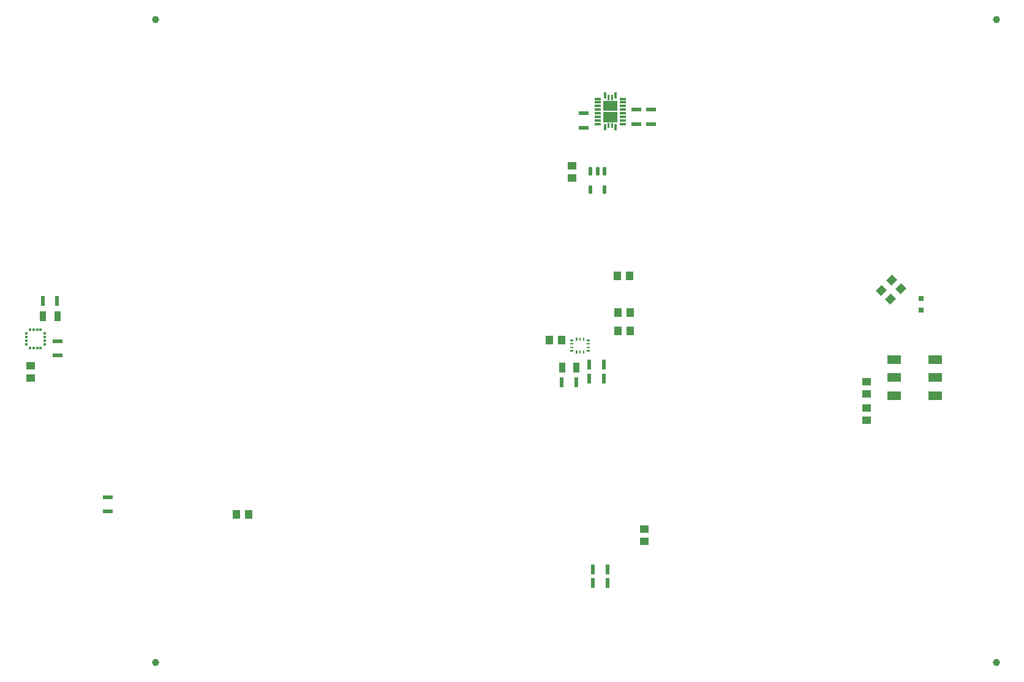
<source format=gtp>
G04*
G04 #@! TF.GenerationSoftware,Altium Limited,Altium Designer,25.8.1 (18)*
G04*
G04 Layer_Color=8421504*
%FSLAX25Y25*%
%MOIN*%
G70*
G04*
G04 #@! TF.SameCoordinates,E1838567-EF02-44A7-8A02-23B903FEE0B8*
G04*
G04*
G04 #@! TF.FilePolarity,Positive*
G04*
G01*
G75*
%ADD22R,0.03762X0.05709*%
%ADD23R,0.01200X0.01800*%
%ADD24R,0.01800X0.01200*%
%ADD25R,0.02441X0.05787*%
%ADD26R,0.04000X0.04700*%
G04:AMPARAMS|DCode=27|XSize=47.64mil|YSize=23.23mil|CornerRadius=5.81mil|HoleSize=0mil|Usage=FLASHONLY|Rotation=270.000|XOffset=0mil|YOffset=0mil|HoleType=Round|Shape=RoundedRectangle|*
%AMROUNDEDRECTD27*
21,1,0.04764,0.01161,0,0,270.0*
21,1,0.03602,0.02323,0,0,270.0*
1,1,0.01161,-0.00581,-0.01801*
1,1,0.01161,-0.00581,0.01801*
1,1,0.01161,0.00581,0.01801*
1,1,0.01161,0.00581,-0.01801*
%
%ADD27ROUNDEDRECTD27*%
%ADD28R,0.04700X0.04000*%
%ADD29C,0.03937*%
%ADD30R,0.07700X0.04700*%
%ADD31R,0.03150X0.03150*%
%ADD32R,0.01200X0.03200*%
%ADD33R,0.03200X0.01200*%
%ADD34R,0.05787X0.02441*%
G04:AMPARAMS|DCode=35|XSize=40mil|YSize=47mil|CornerRadius=0mil|HoleSize=0mil|Usage=FLASHONLY|Rotation=315.000|XOffset=0mil|YOffset=0mil|HoleType=Round|Shape=Rectangle|*
%AMROTATEDRECTD35*
4,1,4,-0.03076,-0.00248,0.00248,0.03076,0.03076,0.00248,-0.00248,-0.03076,-0.03076,-0.00248,0.0*
%
%ADD35ROTATEDRECTD35*%

G36*
X437000Y361326D02*
X436000D01*
Y364176D01*
X437000D01*
Y361326D01*
D02*
G37*
G36*
X435000D02*
X434000D01*
Y364176D01*
X435000D01*
Y361326D01*
D02*
G37*
G36*
X439356Y355520D02*
X431644D01*
Y360932D01*
X439356D01*
Y355520D01*
D02*
G37*
G36*
Y349320D02*
X431644D01*
Y354732D01*
X439356D01*
Y349320D01*
D02*
G37*
G36*
X437000Y346076D02*
X436000D01*
Y348926D01*
X437000D01*
Y346076D01*
D02*
G37*
G36*
X435000D02*
X434000D01*
Y348926D01*
X435000D01*
Y346076D01*
D02*
G37*
G36*
X421437Y230240D02*
X420500D01*
Y232012D01*
X421437D01*
Y230240D01*
D02*
G37*
G36*
X419468D02*
X418532D01*
Y232012D01*
X419468D01*
Y230240D01*
D02*
G37*
G36*
X417500D02*
X416563D01*
Y232012D01*
X417500D01*
Y230240D01*
D02*
G37*
G36*
X424463Y230018D02*
X422691D01*
Y230955D01*
X424463D01*
Y230018D01*
D02*
G37*
G36*
X415309D02*
X413537D01*
Y230955D01*
X415309D01*
Y230018D01*
D02*
G37*
G36*
X424463Y228049D02*
X422691D01*
Y228986D01*
X424463D01*
Y228049D01*
D02*
G37*
G36*
X415309D02*
X413537D01*
Y228986D01*
X415309D01*
Y228049D01*
D02*
G37*
G36*
X424463Y226081D02*
X422691D01*
Y227018D01*
X424463D01*
Y226081D01*
D02*
G37*
G36*
X415309D02*
X413537D01*
Y227018D01*
X415309D01*
Y226081D01*
D02*
G37*
G36*
X424463Y224112D02*
X422691D01*
Y225049D01*
X424463D01*
Y224112D01*
D02*
G37*
G36*
X415309D02*
X413537D01*
Y225049D01*
X415309D01*
Y224112D01*
D02*
G37*
G36*
X421437Y223055D02*
X420500D01*
Y224827D01*
X421437D01*
Y223055D01*
D02*
G37*
G36*
X419468D02*
X418532D01*
Y224827D01*
X419468D01*
Y223055D01*
D02*
G37*
G36*
X417500D02*
X416563D01*
Y224827D01*
X417500D01*
Y223055D01*
D02*
G37*
D22*
X416850Y215551D02*
D03*
X409150D02*
D03*
X134500Y243602D02*
D03*
X126801D02*
D03*
D23*
X119547Y236114D02*
D03*
X121516D02*
D03*
X123484D02*
D03*
X125453D02*
D03*
Y226075D02*
D03*
X123484D02*
D03*
X121516D02*
D03*
X119547D02*
D03*
D24*
X127520Y234047D02*
D03*
Y232079D02*
D03*
Y230110D02*
D03*
Y228142D02*
D03*
X117480D02*
D03*
Y230110D02*
D03*
Y232079D02*
D03*
Y234047D02*
D03*
D25*
X126563Y251969D02*
D03*
X424063Y217126D02*
D03*
X424000Y209626D02*
D03*
X416937Y207677D02*
D03*
X426063Y98126D02*
D03*
X433937D02*
D03*
X426063Y105595D02*
D03*
X433937D02*
D03*
X409063Y207677D02*
D03*
X431874Y209626D02*
D03*
X431937Y217126D02*
D03*
X134437Y251969D02*
D03*
D26*
X439650Y235595D02*
D03*
X238700Y135594D02*
D03*
X446000Y265595D02*
D03*
X439300D02*
D03*
X439650Y245595D02*
D03*
X446350D02*
D03*
X232000Y135594D02*
D03*
X446350Y235595D02*
D03*
X408850Y230626D02*
D03*
X402150D02*
D03*
D27*
X432240Y312685D02*
D03*
Y322567D02*
D03*
X428500D02*
D03*
X424760D02*
D03*
Y312685D02*
D03*
D28*
X454000Y120745D02*
D03*
Y127445D02*
D03*
X575000Y201213D02*
D03*
Y207913D02*
D03*
Y186863D02*
D03*
Y193563D02*
D03*
X120000Y209745D02*
D03*
Y216444D02*
D03*
X414500Y318992D02*
D03*
Y325693D02*
D03*
D29*
X188000Y405118D02*
D03*
Y55020D02*
D03*
X645500Y405118D02*
D03*
Y55020D02*
D03*
D30*
X590000Y219937D02*
D03*
Y210094D02*
D03*
Y200252D02*
D03*
X612244D02*
D03*
Y210094D02*
D03*
Y219937D02*
D03*
D31*
X604500Y246976D02*
D03*
Y253276D02*
D03*
D32*
X438453Y346476D02*
D03*
Y363776D02*
D03*
X432547D02*
D03*
Y346476D02*
D03*
D33*
X442200Y348236D02*
D03*
Y350205D02*
D03*
Y352173D02*
D03*
Y354142D02*
D03*
Y356110D02*
D03*
Y358079D02*
D03*
Y360047D02*
D03*
Y362016D02*
D03*
X428800D02*
D03*
Y360047D02*
D03*
Y358079D02*
D03*
Y356110D02*
D03*
Y354142D02*
D03*
Y352173D02*
D03*
Y350205D02*
D03*
Y348236D02*
D03*
D34*
X134501Y222091D02*
D03*
Y229965D02*
D03*
X421000Y346189D02*
D03*
Y354063D02*
D03*
X449500Y348189D02*
D03*
Y356063D02*
D03*
X457500Y348252D02*
D03*
Y356126D02*
D03*
X162000Y137157D02*
D03*
Y145031D02*
D03*
D35*
X593500Y258626D02*
D03*
X588762Y263364D02*
D03*
X587869Y252757D02*
D03*
X583131Y257495D02*
D03*
M02*

</source>
